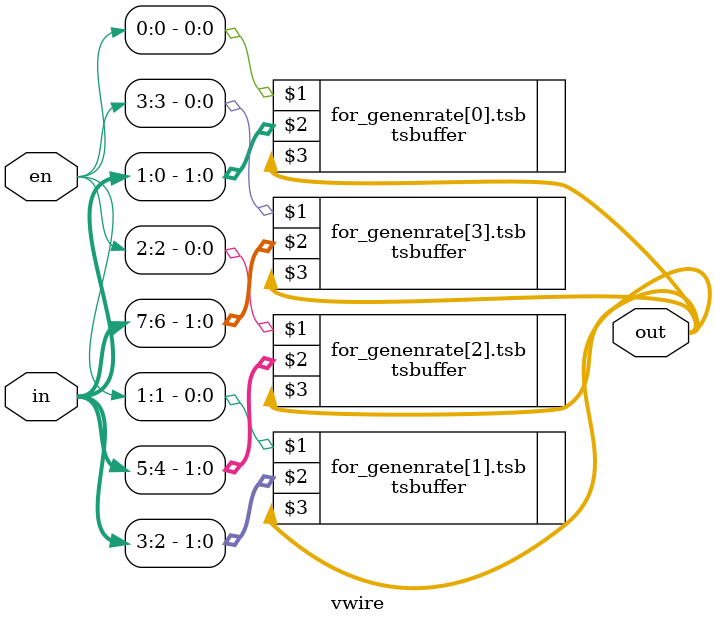
<source format=v>
module vwire #(parameter W=2,  
	parameter L=4
)(
	input [L * W -1 :0] in,
	input [L -1 :0] en,
	output tri[W -1 :0] out

);
	
	//tri [W :0] bus; 

	genvar i;
	generate 
	for (i = 0; i < L; i = i + 1) begin: for_genenrate
		tsbuffer#(.W(2)) tsb(en[i], in[i * W + 1 :i * W], out);
	end
	endgenerate

endmodule

</source>
